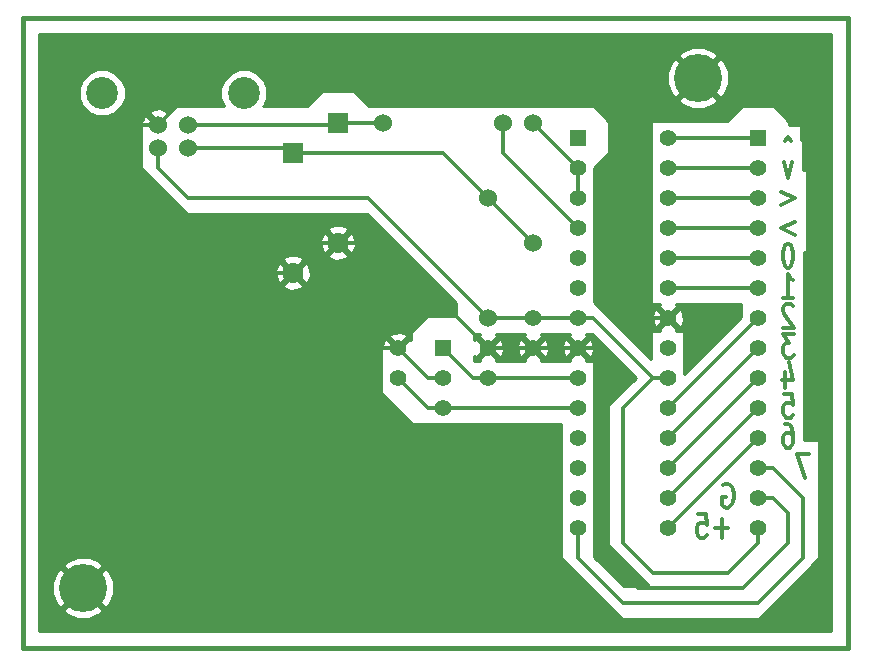
<source format=gbl>
G04 (created by PCBNEW-RS274X (2010-05-09 BZR 2366)-stable) date Mon 06 Sep 2010 10:30:12 PM EDT*
G01*
G70*
G90*
%MOIN*%
G04 Gerber Fmt 3.4, Leading zero omitted, Abs format*
%FSLAX34Y34*%
G04 APERTURE LIST*
%ADD10C,0.006000*%
%ADD11C,0.015000*%
%ADD12C,0.012000*%
%ADD13C,0.055000*%
%ADD14C,0.070000*%
%ADD15R,0.070000X0.070000*%
%ADD16R,0.055000X0.055000*%
%ADD17C,0.060000*%
%ADD18C,0.106300*%
%ADD19C,0.160000*%
%ADD20C,0.010000*%
G04 APERTURE END LIST*
G54D10*
G54D11*
X06000Y-27500D02*
X33500Y-27500D01*
X06000Y-06500D02*
X06000Y-27500D01*
X33500Y-06500D02*
X06000Y-06500D01*
X33500Y-27500D02*
X33500Y-06500D01*
G54D12*
X29514Y-23519D02*
X29057Y-23519D01*
X29286Y-23824D02*
X29286Y-23214D01*
X28485Y-23024D02*
X28771Y-23024D01*
X28800Y-23405D01*
X28771Y-23367D01*
X28714Y-23329D01*
X28571Y-23329D01*
X28514Y-23367D01*
X28485Y-23405D01*
X28457Y-23481D01*
X28457Y-23671D01*
X28485Y-23748D01*
X28514Y-23786D01*
X28571Y-23824D01*
X28714Y-23824D01*
X28771Y-23786D01*
X28800Y-23748D01*
X29343Y-22062D02*
X29400Y-22024D01*
X29486Y-22024D01*
X29571Y-22062D01*
X29629Y-22138D01*
X29657Y-22214D01*
X29686Y-22367D01*
X29686Y-22481D01*
X29657Y-22633D01*
X29629Y-22710D01*
X29571Y-22786D01*
X29486Y-22824D01*
X29429Y-22824D01*
X29343Y-22786D01*
X29314Y-22748D01*
X29314Y-22481D01*
X29429Y-22481D01*
X32199Y-21024D02*
X31799Y-21024D01*
X32056Y-21824D01*
X31385Y-20024D02*
X31499Y-20024D01*
X31556Y-20062D01*
X31585Y-20100D01*
X31642Y-20214D01*
X31671Y-20367D01*
X31671Y-20671D01*
X31642Y-20748D01*
X31614Y-20786D01*
X31556Y-20824D01*
X31442Y-20824D01*
X31385Y-20786D01*
X31356Y-20748D01*
X31328Y-20671D01*
X31328Y-20481D01*
X31356Y-20405D01*
X31385Y-20367D01*
X31442Y-20329D01*
X31556Y-20329D01*
X31614Y-20367D01*
X31642Y-20405D01*
X31671Y-20481D01*
X31356Y-19024D02*
X31642Y-19024D01*
X31671Y-19405D01*
X31642Y-19367D01*
X31585Y-19329D01*
X31442Y-19329D01*
X31385Y-19367D01*
X31356Y-19405D01*
X31328Y-19481D01*
X31328Y-19671D01*
X31356Y-19748D01*
X31385Y-19786D01*
X31442Y-19824D01*
X31585Y-19824D01*
X31642Y-19786D01*
X31671Y-19748D01*
X31385Y-18290D02*
X31385Y-18824D01*
X31528Y-17986D02*
X31671Y-18557D01*
X31299Y-18557D01*
X31699Y-17024D02*
X31328Y-17024D01*
X31528Y-17329D01*
X31442Y-17329D01*
X31385Y-17367D01*
X31356Y-17405D01*
X31328Y-17481D01*
X31328Y-17671D01*
X31356Y-17748D01*
X31385Y-17786D01*
X31442Y-17824D01*
X31614Y-17824D01*
X31671Y-17786D01*
X31699Y-17748D01*
X31671Y-16100D02*
X31642Y-16062D01*
X31585Y-16024D01*
X31442Y-16024D01*
X31385Y-16062D01*
X31356Y-16100D01*
X31328Y-16176D01*
X31328Y-16252D01*
X31356Y-16367D01*
X31699Y-16824D01*
X31328Y-16824D01*
X31328Y-15824D02*
X31671Y-15824D01*
X31499Y-15824D02*
X31499Y-15024D01*
X31556Y-15138D01*
X31614Y-15214D01*
X31671Y-15252D01*
X31528Y-14024D02*
X31471Y-14024D01*
X31414Y-14062D01*
X31385Y-14100D01*
X31356Y-14176D01*
X31328Y-14329D01*
X31328Y-14519D01*
X31356Y-14671D01*
X31385Y-14748D01*
X31414Y-14786D01*
X31471Y-14824D01*
X31528Y-14824D01*
X31585Y-14786D01*
X31614Y-14748D01*
X31642Y-14671D01*
X31671Y-14519D01*
X31671Y-14329D01*
X31642Y-14176D01*
X31614Y-14100D01*
X31585Y-14062D01*
X31528Y-14024D01*
X31728Y-13290D02*
X31271Y-13519D01*
X31728Y-13748D01*
X31271Y-12290D02*
X31728Y-12519D01*
X31271Y-12748D01*
X31642Y-11290D02*
X31499Y-11824D01*
X31357Y-11290D01*
X31614Y-10600D02*
X31500Y-10486D01*
X31385Y-10600D01*
G54D13*
X18500Y-18500D03*
X18500Y-17500D03*
X21500Y-18500D03*
X21500Y-17500D03*
X23000Y-16500D03*
X23000Y-17500D03*
G54D14*
X16500Y-14000D03*
G54D15*
X16500Y-10000D03*
G54D14*
X15000Y-15000D03*
G54D15*
X15000Y-11000D03*
G54D13*
X24500Y-11500D03*
X24500Y-12500D03*
X24500Y-13500D03*
X24500Y-14500D03*
X24500Y-15500D03*
X24500Y-16500D03*
X24500Y-17500D03*
X24500Y-18500D03*
X24500Y-19500D03*
X24500Y-20500D03*
X24500Y-21500D03*
X24500Y-22500D03*
X24500Y-23500D03*
G54D16*
X24500Y-10500D03*
G54D13*
X27500Y-23500D03*
X27500Y-22500D03*
X27500Y-21500D03*
X27500Y-20500D03*
X27500Y-19500D03*
X27500Y-18500D03*
X27500Y-17500D03*
X27500Y-16500D03*
X27500Y-15500D03*
X27500Y-14500D03*
X27500Y-13500D03*
X27500Y-12500D03*
X27500Y-11500D03*
X27500Y-10500D03*
G54D17*
X18000Y-10000D03*
X22000Y-10000D03*
X23000Y-14000D03*
X23000Y-10000D03*
X21500Y-16500D03*
X21500Y-12500D03*
G54D16*
X30500Y-10500D03*
G54D13*
X30500Y-11500D03*
X30500Y-12500D03*
X30500Y-13500D03*
X30500Y-14500D03*
X30500Y-15500D03*
X30500Y-16500D03*
X30500Y-17500D03*
X30500Y-18500D03*
X30500Y-19500D03*
X30500Y-20500D03*
X30500Y-21500D03*
X30500Y-22500D03*
X30500Y-23500D03*
G54D16*
X20000Y-17500D03*
G54D13*
X20000Y-18500D03*
X20000Y-19500D03*
G54D17*
X10500Y-10850D03*
X11500Y-10850D03*
X11500Y-10063D03*
X10500Y-10063D03*
G54D18*
X08638Y-09000D03*
X13362Y-09000D03*
G54D19*
X28500Y-08500D03*
X08000Y-25500D03*
G54D12*
X21500Y-16500D02*
X23000Y-16500D01*
X23000Y-16500D02*
X24500Y-16500D01*
X24500Y-16500D02*
X25000Y-16500D01*
X27000Y-18500D02*
X26000Y-19500D01*
X30500Y-24000D02*
X30500Y-23500D01*
X29500Y-25000D02*
X30500Y-24000D01*
X27000Y-25000D02*
X29500Y-25000D01*
X26000Y-24000D02*
X27000Y-25000D01*
X26000Y-23500D02*
X26000Y-24000D01*
X26000Y-19500D02*
X26000Y-23500D01*
X10500Y-10850D02*
X10500Y-11500D01*
X10500Y-11500D02*
X11500Y-12500D01*
X11500Y-12500D02*
X17500Y-12500D01*
X17500Y-12500D02*
X21500Y-16500D01*
X25000Y-16500D02*
X27000Y-18500D01*
X27000Y-18500D02*
X27500Y-18500D01*
X16500Y-14000D02*
X16000Y-14000D01*
X16000Y-14000D02*
X15000Y-15000D01*
X15000Y-15000D02*
X17500Y-17500D01*
X17500Y-17500D02*
X18500Y-17500D01*
X20500Y-16500D02*
X18000Y-14000D01*
X18000Y-14000D02*
X16500Y-14000D01*
X10500Y-10063D02*
X09563Y-10063D01*
X12500Y-15000D02*
X15000Y-15000D01*
X09126Y-11626D02*
X12500Y-15000D01*
X09126Y-10500D02*
X09126Y-11626D01*
X09563Y-10063D02*
X09126Y-10500D01*
X20500Y-16500D02*
X21500Y-17500D01*
X26000Y-10500D02*
X26000Y-10000D01*
X26000Y-10000D02*
X24000Y-08000D01*
X24000Y-08000D02*
X12563Y-08000D01*
X12563Y-08000D02*
X10500Y-10063D01*
X26000Y-16000D02*
X26000Y-10500D01*
X26500Y-16500D02*
X26000Y-16000D01*
X27500Y-16500D02*
X26500Y-16500D01*
X30500Y-22500D02*
X31000Y-22500D01*
X31000Y-22500D02*
X31500Y-23000D01*
X31500Y-23000D02*
X31500Y-24000D01*
X31500Y-24000D02*
X30000Y-25500D01*
X30000Y-25500D02*
X26500Y-25500D01*
X26500Y-25500D02*
X25500Y-24500D01*
X25500Y-24500D02*
X25500Y-18000D01*
X25500Y-18000D02*
X25000Y-17500D01*
X25000Y-17500D02*
X24500Y-17500D01*
X21500Y-17500D02*
X23000Y-17500D01*
X23000Y-17500D02*
X24500Y-17500D01*
X18500Y-17500D02*
X19500Y-18500D01*
X19500Y-18500D02*
X20000Y-18500D01*
X21000Y-18500D02*
X21500Y-18500D01*
X20000Y-17500D02*
X21000Y-18500D01*
X21500Y-18500D02*
X24500Y-18500D01*
X19500Y-19500D02*
X20000Y-19500D01*
X18500Y-18500D02*
X19500Y-19500D01*
X20000Y-19500D02*
X24500Y-19500D01*
X27500Y-15500D02*
X30500Y-15500D01*
X27500Y-23500D02*
X30500Y-20500D01*
X27500Y-21500D02*
X30500Y-18500D01*
X27500Y-11500D02*
X30500Y-11500D01*
X27500Y-19500D02*
X30500Y-16500D01*
X11500Y-10063D02*
X16437Y-10063D01*
X16437Y-10063D02*
X16500Y-10000D01*
X16500Y-10000D02*
X18000Y-10000D01*
X22000Y-10000D02*
X22000Y-11000D01*
X22000Y-11000D02*
X24500Y-13500D01*
X21500Y-12500D02*
X20000Y-11000D01*
X20000Y-11000D02*
X15000Y-11000D01*
X21500Y-12500D02*
X23000Y-14000D01*
X11500Y-10850D02*
X14850Y-10850D01*
X14850Y-10850D02*
X15000Y-11000D01*
X23000Y-10000D02*
X24500Y-11500D01*
X24500Y-11500D02*
X24500Y-12500D01*
X27500Y-14500D02*
X30500Y-14500D01*
X27500Y-12500D02*
X30500Y-12500D01*
X27500Y-10500D02*
X30500Y-10500D01*
X27500Y-20500D02*
X30500Y-17500D01*
X27500Y-22500D02*
X30500Y-19500D01*
X24500Y-23500D02*
X24500Y-24500D01*
X24500Y-24500D02*
X26000Y-26000D01*
X26000Y-26000D02*
X30500Y-26000D01*
X30500Y-26000D02*
X32000Y-24500D01*
X32000Y-24500D02*
X32000Y-22500D01*
X32000Y-22500D02*
X31000Y-21500D01*
X31000Y-21500D02*
X30500Y-21500D01*
X27500Y-13500D02*
X30500Y-13500D01*
G54D10*
G36*
X32950Y-26950D02*
X32950Y-07050D01*
X06550Y-07050D01*
X06550Y-26950D01*
X07267Y-26950D01*
X07267Y-26162D01*
X07123Y-26076D01*
X06973Y-25714D01*
X06970Y-25304D01*
X07123Y-24924D01*
X07267Y-24838D01*
X07929Y-25500D01*
X07267Y-26162D01*
X07267Y-26950D01*
X07804Y-26950D01*
X07804Y-26530D01*
X07424Y-26377D01*
X07338Y-26233D01*
X08000Y-25571D01*
X08000Y-25429D01*
X07338Y-24767D01*
X07424Y-24623D01*
X07786Y-24473D01*
X08196Y-24470D01*
X08482Y-24585D01*
X08482Y-09781D01*
X08195Y-09662D01*
X07976Y-09442D01*
X07857Y-09155D01*
X07857Y-08844D01*
X07976Y-08557D01*
X08196Y-08338D01*
X08483Y-08219D01*
X08794Y-08219D01*
X09081Y-08338D01*
X09300Y-08558D01*
X09419Y-08845D01*
X09419Y-09156D01*
X09300Y-09443D01*
X09080Y-09662D01*
X08793Y-09781D01*
X08482Y-09781D01*
X08482Y-24585D01*
X08576Y-24623D01*
X08662Y-24767D01*
X08000Y-25429D01*
X08000Y-25571D01*
X08662Y-26233D01*
X08576Y-26377D01*
X08482Y-26415D01*
X08214Y-26527D01*
X07804Y-26530D01*
X07804Y-26950D01*
X08733Y-26950D01*
X08733Y-26162D01*
X08071Y-25500D01*
X08733Y-24838D01*
X08877Y-24924D01*
X09027Y-25286D01*
X09030Y-25696D01*
X08877Y-26076D01*
X08733Y-26162D01*
X08733Y-26950D01*
X14586Y-26950D01*
X14586Y-15343D01*
X14487Y-15310D01*
X14418Y-15144D01*
X14407Y-14909D01*
X14487Y-14690D01*
X14586Y-14657D01*
X14929Y-15000D01*
X14586Y-15343D01*
X14586Y-26950D01*
X14909Y-26950D01*
X14909Y-15593D01*
X14690Y-15513D01*
X14657Y-15414D01*
X15000Y-15071D01*
X15000Y-14929D01*
X14657Y-14586D01*
X14690Y-14487D01*
X14856Y-14418D01*
X15091Y-14407D01*
X15310Y-14487D01*
X15343Y-14586D01*
X15000Y-14929D01*
X15000Y-15071D01*
X15343Y-15414D01*
X15310Y-15513D01*
X15144Y-15582D01*
X14909Y-15593D01*
X14909Y-26950D01*
X15414Y-26950D01*
X15414Y-15343D01*
X15071Y-15000D01*
X15414Y-14657D01*
X15513Y-14690D01*
X15582Y-14856D01*
X15593Y-15091D01*
X15513Y-15310D01*
X15414Y-15343D01*
X15414Y-26950D01*
X16086Y-26950D01*
X16086Y-14343D01*
X15987Y-14310D01*
X15918Y-14144D01*
X15907Y-13909D01*
X15987Y-13690D01*
X16086Y-13657D01*
X16429Y-14000D01*
X16086Y-14343D01*
X16086Y-26950D01*
X16409Y-26950D01*
X16409Y-14593D01*
X16190Y-14513D01*
X16157Y-14414D01*
X16500Y-14071D01*
X16500Y-13929D01*
X16157Y-13586D01*
X16190Y-13487D01*
X16356Y-13418D01*
X16591Y-13407D01*
X16810Y-13487D01*
X16843Y-13586D01*
X16500Y-13929D01*
X16500Y-14071D01*
X16843Y-14414D01*
X16810Y-14513D01*
X16644Y-14582D01*
X16409Y-14593D01*
X16409Y-26950D01*
X16914Y-26950D01*
X16914Y-14343D01*
X16571Y-14000D01*
X16914Y-13657D01*
X17013Y-13690D01*
X17082Y-13856D01*
X17093Y-14091D01*
X17013Y-14310D01*
X16914Y-14343D01*
X16914Y-26950D01*
X26000Y-26950D01*
X26000Y-26549D01*
X25979Y-26549D01*
X25964Y-26535D01*
X23950Y-24520D01*
X23950Y-20049D01*
X18979Y-20049D01*
X17950Y-19020D01*
X17950Y-17450D01*
X17982Y-17450D01*
X17981Y-17426D01*
X18048Y-17233D01*
X18139Y-17210D01*
X18379Y-17450D01*
X18500Y-17450D01*
X18500Y-17429D01*
X18210Y-17139D01*
X18233Y-17048D01*
X18370Y-16992D01*
X18574Y-16981D01*
X18767Y-17048D01*
X18790Y-17139D01*
X18500Y-17429D01*
X18500Y-17450D01*
X18520Y-17450D01*
X18570Y-17500D01*
X18571Y-17500D01*
X18861Y-17210D01*
X18950Y-17232D01*
X18950Y-16979D01*
X19479Y-16450D01*
X20450Y-16450D01*
X20450Y-16020D01*
X17479Y-13050D01*
X11479Y-13050D01*
X09950Y-11520D01*
X09950Y-09950D01*
X09968Y-09950D01*
X10028Y-09782D01*
X10122Y-09755D01*
X10316Y-09949D01*
X10457Y-09949D01*
X10192Y-09685D01*
X10219Y-09591D01*
X10366Y-09531D01*
X10579Y-09520D01*
X10781Y-09591D01*
X10793Y-09635D01*
X10979Y-09450D01*
X12707Y-09450D01*
X12700Y-09442D01*
X12581Y-09155D01*
X12581Y-08844D01*
X12700Y-08557D01*
X12920Y-08338D01*
X13207Y-08219D01*
X13518Y-08219D01*
X13805Y-08338D01*
X14024Y-08558D01*
X14143Y-08845D01*
X14143Y-09156D01*
X14024Y-09443D01*
X14016Y-09450D01*
X15479Y-09450D01*
X15979Y-08950D01*
X17020Y-08950D01*
X17520Y-09450D01*
X25020Y-09450D01*
X25549Y-09979D01*
X25549Y-11020D01*
X25049Y-11520D01*
X25050Y-15979D01*
X26950Y-17879D01*
X26950Y-16950D01*
X27139Y-16950D01*
X27139Y-16790D01*
X27048Y-16767D01*
X26992Y-16630D01*
X26981Y-16426D01*
X27048Y-16233D01*
X27139Y-16210D01*
X27429Y-16500D01*
X27139Y-16790D01*
X27139Y-16950D01*
X27232Y-16950D01*
X27210Y-16861D01*
X27500Y-16571D01*
X27790Y-16861D01*
X27767Y-16950D01*
X27861Y-16950D01*
X27861Y-16790D01*
X27571Y-16500D01*
X27861Y-16210D01*
X27952Y-16233D01*
X28008Y-16370D01*
X28019Y-16574D01*
X27952Y-16767D01*
X27861Y-16790D01*
X27861Y-16950D01*
X28050Y-16950D01*
X28050Y-18379D01*
X29950Y-16479D01*
X29950Y-16050D01*
X27767Y-16050D01*
X27790Y-16139D01*
X27500Y-16429D01*
X27210Y-16139D01*
X27232Y-16050D01*
X26950Y-16050D01*
X26950Y-09950D01*
X27767Y-09950D01*
X27767Y-09162D01*
X27623Y-09076D01*
X27473Y-08714D01*
X27470Y-08304D01*
X27623Y-07924D01*
X27767Y-07838D01*
X28429Y-08500D01*
X27767Y-09162D01*
X27767Y-09950D01*
X28304Y-09950D01*
X28304Y-09530D01*
X27924Y-09377D01*
X27838Y-09233D01*
X28500Y-08571D01*
X28500Y-08429D01*
X27838Y-07767D01*
X27924Y-07623D01*
X28286Y-07473D01*
X28696Y-07470D01*
X29076Y-07623D01*
X29162Y-07767D01*
X28500Y-08429D01*
X28500Y-08571D01*
X29162Y-09233D01*
X29076Y-09377D01*
X28714Y-09527D01*
X28304Y-09530D01*
X28304Y-09950D01*
X29233Y-09950D01*
X29233Y-09162D01*
X28571Y-08500D01*
X29233Y-07838D01*
X29377Y-07924D01*
X29527Y-08286D01*
X29530Y-08696D01*
X29377Y-09076D01*
X29233Y-09162D01*
X29233Y-09950D01*
X29479Y-09950D01*
X29979Y-09450D01*
X31020Y-09450D01*
X31550Y-09979D01*
X31550Y-10060D01*
X31932Y-10060D01*
X31932Y-10560D01*
X31989Y-10560D01*
X31989Y-11560D01*
X32132Y-11560D01*
X32132Y-14320D01*
X32046Y-14320D01*
X32046Y-20560D01*
X32546Y-20560D01*
X32546Y-21975D01*
X32550Y-21979D01*
X32550Y-24520D01*
X30520Y-26549D01*
X26000Y-26549D01*
X26000Y-26950D01*
X32950Y-26950D01*
X32950Y-26950D01*
G37*
G54D20*
X32950Y-26950D02*
X32950Y-07050D01*
X06550Y-07050D01*
X06550Y-26950D01*
X07267Y-26950D01*
X07267Y-26162D01*
X07123Y-26076D01*
X06973Y-25714D01*
X06970Y-25304D01*
X07123Y-24924D01*
X07267Y-24838D01*
X07929Y-25500D01*
X07267Y-26162D01*
X07267Y-26950D01*
X07804Y-26950D01*
X07804Y-26530D01*
X07424Y-26377D01*
X07338Y-26233D01*
X08000Y-25571D01*
X08000Y-25429D01*
X07338Y-24767D01*
X07424Y-24623D01*
X07786Y-24473D01*
X08196Y-24470D01*
X08482Y-24585D01*
X08482Y-09781D01*
X08195Y-09662D01*
X07976Y-09442D01*
X07857Y-09155D01*
X07857Y-08844D01*
X07976Y-08557D01*
X08196Y-08338D01*
X08483Y-08219D01*
X08794Y-08219D01*
X09081Y-08338D01*
X09300Y-08558D01*
X09419Y-08845D01*
X09419Y-09156D01*
X09300Y-09443D01*
X09080Y-09662D01*
X08793Y-09781D01*
X08482Y-09781D01*
X08482Y-24585D01*
X08576Y-24623D01*
X08662Y-24767D01*
X08000Y-25429D01*
X08000Y-25571D01*
X08662Y-26233D01*
X08576Y-26377D01*
X08482Y-26415D01*
X08214Y-26527D01*
X07804Y-26530D01*
X07804Y-26950D01*
X08733Y-26950D01*
X08733Y-26162D01*
X08071Y-25500D01*
X08733Y-24838D01*
X08877Y-24924D01*
X09027Y-25286D01*
X09030Y-25696D01*
X08877Y-26076D01*
X08733Y-26162D01*
X08733Y-26950D01*
X14586Y-26950D01*
X14586Y-15343D01*
X14487Y-15310D01*
X14418Y-15144D01*
X14407Y-14909D01*
X14487Y-14690D01*
X14586Y-14657D01*
X14929Y-15000D01*
X14586Y-15343D01*
X14586Y-26950D01*
X14909Y-26950D01*
X14909Y-15593D01*
X14690Y-15513D01*
X14657Y-15414D01*
X15000Y-15071D01*
X15000Y-14929D01*
X14657Y-14586D01*
X14690Y-14487D01*
X14856Y-14418D01*
X15091Y-14407D01*
X15310Y-14487D01*
X15343Y-14586D01*
X15000Y-14929D01*
X15000Y-15071D01*
X15343Y-15414D01*
X15310Y-15513D01*
X15144Y-15582D01*
X14909Y-15593D01*
X14909Y-26950D01*
X15414Y-26950D01*
X15414Y-15343D01*
X15071Y-15000D01*
X15414Y-14657D01*
X15513Y-14690D01*
X15582Y-14856D01*
X15593Y-15091D01*
X15513Y-15310D01*
X15414Y-15343D01*
X15414Y-26950D01*
X16086Y-26950D01*
X16086Y-14343D01*
X15987Y-14310D01*
X15918Y-14144D01*
X15907Y-13909D01*
X15987Y-13690D01*
X16086Y-13657D01*
X16429Y-14000D01*
X16086Y-14343D01*
X16086Y-26950D01*
X16409Y-26950D01*
X16409Y-14593D01*
X16190Y-14513D01*
X16157Y-14414D01*
X16500Y-14071D01*
X16500Y-13929D01*
X16157Y-13586D01*
X16190Y-13487D01*
X16356Y-13418D01*
X16591Y-13407D01*
X16810Y-13487D01*
X16843Y-13586D01*
X16500Y-13929D01*
X16500Y-14071D01*
X16843Y-14414D01*
X16810Y-14513D01*
X16644Y-14582D01*
X16409Y-14593D01*
X16409Y-26950D01*
X16914Y-26950D01*
X16914Y-14343D01*
X16571Y-14000D01*
X16914Y-13657D01*
X17013Y-13690D01*
X17082Y-13856D01*
X17093Y-14091D01*
X17013Y-14310D01*
X16914Y-14343D01*
X16914Y-26950D01*
X26000Y-26950D01*
X26000Y-26549D01*
X25979Y-26549D01*
X25964Y-26535D01*
X23950Y-24520D01*
X23950Y-20049D01*
X18979Y-20049D01*
X17950Y-19020D01*
X17950Y-17450D01*
X17982Y-17450D01*
X17981Y-17426D01*
X18048Y-17233D01*
X18139Y-17210D01*
X18379Y-17450D01*
X18500Y-17450D01*
X18500Y-17429D01*
X18210Y-17139D01*
X18233Y-17048D01*
X18370Y-16992D01*
X18574Y-16981D01*
X18767Y-17048D01*
X18790Y-17139D01*
X18500Y-17429D01*
X18500Y-17450D01*
X18520Y-17450D01*
X18570Y-17500D01*
X18571Y-17500D01*
X18861Y-17210D01*
X18950Y-17232D01*
X18950Y-16979D01*
X19479Y-16450D01*
X20450Y-16450D01*
X20450Y-16020D01*
X17479Y-13050D01*
X11479Y-13050D01*
X09950Y-11520D01*
X09950Y-09950D01*
X09968Y-09950D01*
X10028Y-09782D01*
X10122Y-09755D01*
X10316Y-09949D01*
X10457Y-09949D01*
X10192Y-09685D01*
X10219Y-09591D01*
X10366Y-09531D01*
X10579Y-09520D01*
X10781Y-09591D01*
X10793Y-09635D01*
X10979Y-09450D01*
X12707Y-09450D01*
X12700Y-09442D01*
X12581Y-09155D01*
X12581Y-08844D01*
X12700Y-08557D01*
X12920Y-08338D01*
X13207Y-08219D01*
X13518Y-08219D01*
X13805Y-08338D01*
X14024Y-08558D01*
X14143Y-08845D01*
X14143Y-09156D01*
X14024Y-09443D01*
X14016Y-09450D01*
X15479Y-09450D01*
X15979Y-08950D01*
X17020Y-08950D01*
X17520Y-09450D01*
X25020Y-09450D01*
X25549Y-09979D01*
X25549Y-11020D01*
X25049Y-11520D01*
X25050Y-15979D01*
X26950Y-17879D01*
X26950Y-16950D01*
X27139Y-16950D01*
X27139Y-16790D01*
X27048Y-16767D01*
X26992Y-16630D01*
X26981Y-16426D01*
X27048Y-16233D01*
X27139Y-16210D01*
X27429Y-16500D01*
X27139Y-16790D01*
X27139Y-16950D01*
X27232Y-16950D01*
X27210Y-16861D01*
X27500Y-16571D01*
X27790Y-16861D01*
X27767Y-16950D01*
X27861Y-16950D01*
X27861Y-16790D01*
X27571Y-16500D01*
X27861Y-16210D01*
X27952Y-16233D01*
X28008Y-16370D01*
X28019Y-16574D01*
X27952Y-16767D01*
X27861Y-16790D01*
X27861Y-16950D01*
X28050Y-16950D01*
X28050Y-18379D01*
X29950Y-16479D01*
X29950Y-16050D01*
X27767Y-16050D01*
X27790Y-16139D01*
X27500Y-16429D01*
X27210Y-16139D01*
X27232Y-16050D01*
X26950Y-16050D01*
X26950Y-09950D01*
X27767Y-09950D01*
X27767Y-09162D01*
X27623Y-09076D01*
X27473Y-08714D01*
X27470Y-08304D01*
X27623Y-07924D01*
X27767Y-07838D01*
X28429Y-08500D01*
X27767Y-09162D01*
X27767Y-09950D01*
X28304Y-09950D01*
X28304Y-09530D01*
X27924Y-09377D01*
X27838Y-09233D01*
X28500Y-08571D01*
X28500Y-08429D01*
X27838Y-07767D01*
X27924Y-07623D01*
X28286Y-07473D01*
X28696Y-07470D01*
X29076Y-07623D01*
X29162Y-07767D01*
X28500Y-08429D01*
X28500Y-08571D01*
X29162Y-09233D01*
X29076Y-09377D01*
X28714Y-09527D01*
X28304Y-09530D01*
X28304Y-09950D01*
X29233Y-09950D01*
X29233Y-09162D01*
X28571Y-08500D01*
X29233Y-07838D01*
X29377Y-07924D01*
X29527Y-08286D01*
X29530Y-08696D01*
X29377Y-09076D01*
X29233Y-09162D01*
X29233Y-09950D01*
X29479Y-09950D01*
X29979Y-09450D01*
X31020Y-09450D01*
X31550Y-09979D01*
X31550Y-10060D01*
X31932Y-10060D01*
X31932Y-10560D01*
X31989Y-10560D01*
X31989Y-11560D01*
X32132Y-11560D01*
X32132Y-14320D01*
X32046Y-14320D01*
X32046Y-20560D01*
X32546Y-20560D01*
X32546Y-21975D01*
X32550Y-21979D01*
X32550Y-24520D01*
X30520Y-26549D01*
X26000Y-26549D01*
X26000Y-26950D01*
X32950Y-26950D01*
G54D10*
G36*
X26020Y-25450D02*
X26879Y-25450D01*
X25450Y-24020D01*
X25450Y-19479D01*
X26429Y-18499D01*
X24979Y-17050D01*
X24767Y-17050D01*
X24790Y-17139D01*
X24500Y-17429D01*
X24210Y-17139D01*
X24232Y-17050D01*
X23267Y-17050D01*
X23290Y-17139D01*
X23000Y-17429D01*
X22710Y-17139D01*
X22732Y-17050D01*
X21767Y-17050D01*
X21790Y-17139D01*
X21500Y-17429D01*
X21210Y-17139D01*
X21232Y-17050D01*
X21050Y-17050D01*
X21050Y-17232D01*
X21139Y-17210D01*
X21429Y-17500D01*
X21139Y-17790D01*
X21050Y-17767D01*
X21050Y-17950D01*
X21232Y-17950D01*
X21210Y-17861D01*
X21500Y-17571D01*
X21790Y-17861D01*
X21767Y-17950D01*
X21861Y-17950D01*
X21861Y-17790D01*
X21571Y-17500D01*
X21861Y-17210D01*
X21952Y-17233D01*
X22008Y-17370D01*
X22019Y-17574D01*
X21952Y-17767D01*
X21861Y-17790D01*
X21861Y-17950D01*
X22639Y-17950D01*
X22639Y-17790D01*
X22548Y-17767D01*
X22492Y-17630D01*
X22481Y-17426D01*
X22548Y-17233D01*
X22639Y-17210D01*
X22929Y-17500D01*
X22639Y-17790D01*
X22639Y-17950D01*
X22732Y-17950D01*
X22710Y-17861D01*
X23000Y-17571D01*
X23290Y-17861D01*
X23267Y-17950D01*
X23361Y-17950D01*
X23361Y-17790D01*
X23071Y-17500D01*
X23361Y-17210D01*
X23452Y-17233D01*
X23508Y-17370D01*
X23519Y-17574D01*
X23452Y-17767D01*
X23361Y-17790D01*
X23361Y-17950D01*
X24139Y-17950D01*
X24139Y-17790D01*
X24048Y-17767D01*
X23992Y-17630D01*
X23981Y-17426D01*
X24048Y-17233D01*
X24139Y-17210D01*
X24429Y-17500D01*
X24139Y-17790D01*
X24139Y-17950D01*
X24232Y-17950D01*
X24210Y-17861D01*
X24500Y-17571D01*
X24790Y-17861D01*
X24767Y-17950D01*
X24861Y-17950D01*
X24861Y-17790D01*
X24571Y-17500D01*
X24861Y-17210D01*
X24952Y-17233D01*
X25008Y-17370D01*
X25019Y-17574D01*
X24952Y-17767D01*
X24861Y-17790D01*
X24861Y-17950D01*
X25050Y-17950D01*
X25049Y-24479D01*
X26020Y-25450D01*
X26020Y-25450D01*
G37*
G54D20*
X26020Y-25450D02*
X26879Y-25450D01*
X25450Y-24020D01*
X25450Y-19479D01*
X26429Y-18499D01*
X24979Y-17050D01*
X24767Y-17050D01*
X24790Y-17139D01*
X24500Y-17429D01*
X24210Y-17139D01*
X24232Y-17050D01*
X23267Y-17050D01*
X23290Y-17139D01*
X23000Y-17429D01*
X22710Y-17139D01*
X22732Y-17050D01*
X21767Y-17050D01*
X21790Y-17139D01*
X21500Y-17429D01*
X21210Y-17139D01*
X21232Y-17050D01*
X21050Y-17050D01*
X21050Y-17232D01*
X21139Y-17210D01*
X21429Y-17500D01*
X21139Y-17790D01*
X21050Y-17767D01*
X21050Y-17950D01*
X21232Y-17950D01*
X21210Y-17861D01*
X21500Y-17571D01*
X21790Y-17861D01*
X21767Y-17950D01*
X21861Y-17950D01*
X21861Y-17790D01*
X21571Y-17500D01*
X21861Y-17210D01*
X21952Y-17233D01*
X22008Y-17370D01*
X22019Y-17574D01*
X21952Y-17767D01*
X21861Y-17790D01*
X21861Y-17950D01*
X22639Y-17950D01*
X22639Y-17790D01*
X22548Y-17767D01*
X22492Y-17630D01*
X22481Y-17426D01*
X22548Y-17233D01*
X22639Y-17210D01*
X22929Y-17500D01*
X22639Y-17790D01*
X22639Y-17950D01*
X22732Y-17950D01*
X22710Y-17861D01*
X23000Y-17571D01*
X23290Y-17861D01*
X23267Y-17950D01*
X23361Y-17950D01*
X23361Y-17790D01*
X23071Y-17500D01*
X23361Y-17210D01*
X23452Y-17233D01*
X23508Y-17370D01*
X23519Y-17574D01*
X23452Y-17767D01*
X23361Y-17790D01*
X23361Y-17950D01*
X24139Y-17950D01*
X24139Y-17790D01*
X24048Y-17767D01*
X23992Y-17630D01*
X23981Y-17426D01*
X24048Y-17233D01*
X24139Y-17210D01*
X24429Y-17500D01*
X24139Y-17790D01*
X24139Y-17950D01*
X24232Y-17950D01*
X24210Y-17861D01*
X24500Y-17571D01*
X24790Y-17861D01*
X24767Y-17950D01*
X24861Y-17950D01*
X24861Y-17790D01*
X24571Y-17500D01*
X24861Y-17210D01*
X24952Y-17233D01*
X25008Y-17370D01*
X25019Y-17574D01*
X24952Y-17767D01*
X24861Y-17790D01*
X24861Y-17950D01*
X25050Y-17950D01*
X25049Y-24479D01*
X26020Y-25450D01*
M02*

</source>
